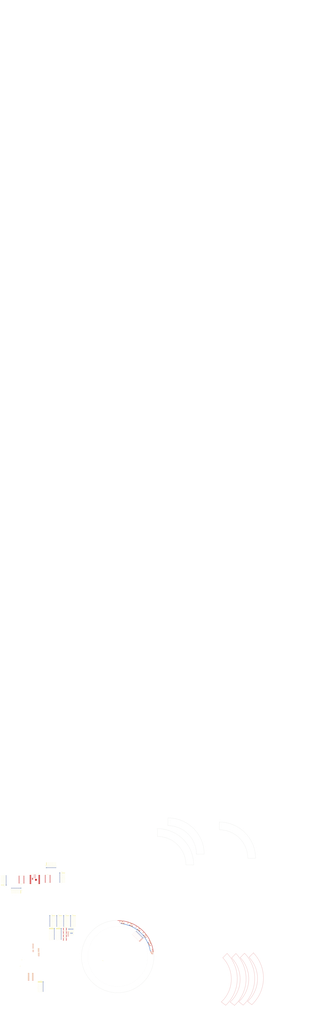
<source format=kicad_pcb>
(kicad_pcb (version 20241229) (generator "pcbnew") (generator_version "9.0")
  (layers (0 "F.Cu" signal) (2 "B.Cu" signal) (13 "F.Paste" user) (15 "B.Paste" user) (5 "F.SilkS" user "F.Silkscreen") (7 "B.SilkS" user "B.Silkscreen") (1 "F.Mask" user) (3 "B.Mask" user) (25 "Edge.Cuts" user))
  (net 0 "")
  (net 1 "GND1")
  (net 2 "Net-(J5-Pin_8)")
  (net 3 "Net-(J5-Pin_7)")
  (net 4 "Net-(J5-Pin_6)")
  (net 5 "Net-(J5-Pin_5)")
  (net 6 "Net-(J5-Pin_4)")
  (net 7 "Net-(J5-Pin_3)")
  (net 8 "Net-(J6-Pin_8)")
  (net 9 "Net-(J6-Pin_7)")
  (net 10 "Net-(J6-Pin_6)")
  (net 11 "Net-(J6-Pin_5)")
  (net 12 "Net-(J6-Pin_4)")
  (net 13 "Net-(J6-Pin_3)")
  (net 14 "3v3_1")
  (net 15 "Net-(D1-K)")
  (net 16 "LED_5V_1")
  (net 17 "Net-(D2-K)")
  (net 18 "Net-(D3-K)")
  (net 19 "Net-(D4-K)")
  (net 20 "Net-(D5-K)")
  (net 21 "Net-(D6-K)")
  (net 22 "Net-(D7-K)")
  (net 23 "Net-(D8-K)")
  (net 24 "Net-(D9-K)")
  (net 25 "Net-(D10-K)")
  (net 26 "Net-(D11-K)")
  (net 27 "Net-(D12-K)")
  (net 28 "Net-(J1-Pin_5)")
  (net 29 "Net-(J1-Pin_8)")
  (net 30 "seed_3v3")
  (net 31 "Net-(J1-Pin_7)")
  (net 32 "Net-(J1-Pin_3)")
  (net 33 "Net-(J1-Pin_6)")
  (net 34 "Net-(J1-Pin_4)")
  (net 35 "Net-(J2-Pin_5)")
  (net 36 "Net-(J2-Pin_8)")
  (net 37 "Net-(J2-Pin_4)")
  (net 38 "Net-(J2-Pin_6)")
  (net 39 "Net-(J2-Pin_7)")
  (net 40 "Net-(J2-Pin_3)")
  (net 41 "Net-(J3-Pin_7)")
  (net 42 "Net-(J3-Pin_8)")
  (net 43 "Net-(J3-Pin_5)")
  (net 44 "Net-(J3-Pin_3)")
  (net 45 "Net-(J3-Pin_4)")
  (net 46 "Net-(J3-Pin_6)")
  (net 47 "Net-(J4-Pin_3)")
  (net 48 "Net-(J4-Pin_8)")
  (net 49 "Net-(J4-Pin_7)")
  (net 50 "Net-(J4-Pin_5)")
  (net 51 "Net-(J4-Pin_6)")
  (net 52 "Net-(J4-Pin_4)")
  (net 53 "TX")
  (net 54 "Net-(U1-~{E})")
  (net 56 "Net-(U1-S1)")
  (net 57 "Net-(U1-S3)")
  (net 58 "Net-(U1-S0)")
  (net 59 "Net-(U1-COM)")
  (net 63 "Net-(U1-S2)")
  (net 65 "Net-(U2-~{E})")
  (net 66 "LED_5V_2")
  (net 68 "RX")
  (net 69 "Net-(U2-COM)")
  (net 72 "Net-(J1-Pin_9)")
  (net 73 "GND2")
  (net 74 "Net-(J2-Pin_9)")
  (net 75 "3v3_2")
  (net 76 "Net-(U1-A)")
  (net 77 "Net-(U1-X)")
  (net 78 "GND")
  (net 80 "Net-(U2-Inh)")
  (net 81 "Net-(U1-Inh)")
  (net 83 "Net-(U3-Inh)")
  (net 84 "LED_5V")
  (net 85 "Net-(J3-Pin_9)")
  (net 86 "Net-(J4-Pin_9)")
  (net 87 "Net-(J5-Pin_9)")
  (net 88 "Net-(J6-Pin_9)")
  (net 89 "VCC")
  (footprint "Package_SO:TSSOP-16_4.4x5mm_P0.65mm" (layer "F.Cu") (at -102.1225 266.825)
    (property "Reference" "U4")
    (property "Value" "4051")
  )
  (footprint "Resistor_SMD:R_0603_1608Metric" (layer "F.Cu") (at -163.65 276.255)
    (property "Reference" "R7")
    (property "Value" "R")
  )
  (footprint "Connector_JST:JST_XH_B2B-XH-AM_1x02_P2.50mm_Vertical" (layer "F.Cu") (at -90.2675 254.935)
    (property "Reference" "J7")
    (property "Value" "Conn_01x02_Socket")
  )
  (footprint "Connector_PinHeader_2.54mm:PinHeader_1x08_P2.54mm_Horizontal" (layer "F.Cu") (at -112.025 138.61)
    (property "Reference" "J3")
    (property "Value" "Conn_01x08_Socket")
  )
  (footprint "Resistor_SMD:R_0603_1608Metric" (layer "F.Cu") (at 61.135714 269.892201 -67.5)
    (property "Reference" "R2")
    (property "Value" "R")
  )
  (footprint "Resistor_SMD:R_0603_1608Metric" (layer "F.Cu") (at 66.824494 287.003096 -82.5)
    (property "Reference" "R1")
    (property "Value" "R")
  )
  (footprint "LED_SMD:LED_0603_1608Metric" (layer "F.Cu") (at -172.19 335.465)
    (property "Reference" "D8")
    (property "Value" "LED")
  )
  (footprint "LED_SMD:LED_0603_1608Metric" (layer "F.Cu") (at -172.19 332.875)
    (property "Reference" "D7")
    (property "Value" "LED")
  )
  (footprint "MountingHole:MountingHole_3.2mm_M3" (layer "F.Cu") (at 65 300)
    (property "Reference" "H1")
    (property "Value" "MountingHole")
  )
  (footprint "Resistor_SMD:R_0603_1608Metric" (layer "F.Cu") (at 28.637719 241.053839 67.5)
    (property "Reference" "R5d1")
    (property "Value" "R")
  )
  (footprint "Package_SO:SOIC-24W_7.5x15.4mm_P1.27mm" (layer "F.Cu") (at -135.37 150.015)
    (property "Reference" "U2")
    (property "Value" "CD74HC4067M")
  )
  (footprint "Connector_PinHeader_2.54mm:PinHeader_1x09_P2.54mm_Horizontal" (layer "F.Cu") (at -117.9175 221.145)
    (property "Reference" "J4")
    (property "Value" "Conn_01x09_Socket")
  )
  (footprint "Resistor_SMD:R_0603_1608Metric" (layer "F.Cu") (at -152.565 296.245)
    (property "Reference" "R11d1")
    (property "Value" "R")
  )
  (footprint "Capacitor_SMD:C_0603_1608Metric" (layer "F.Cu") (at -95.7475 255.325)
    (property "Reference" "C2")
    (property "Value" "C")
  )
  (footprint "Resistor_SMD:R_0603_1608Metric" (layer "F.Cu") (at 42.867895 250.395237 52.5)
    (property "Reference" "R4d1")
    (property "Value" "R")
  )
  (footprint "LED_SMD:LED_0603_1608Metric" (layer "F.Cu") (at 64.444678 291.527431 97.5)
    (property "Reference" "D1")
    (property "Value" "LED")
  )
  (footprint "Capacitor_SMD:C_0603_1608Metric" (layer "F.Cu") (at -95.7475 260.345)
    (property "Reference" "C4")
    (property "Value" "C")
  )
  (footprint "Resistor_SMD:R_0603_1608Metric" (layer "F.Cu") (at -163.37 288.065)
    (property "Reference" "R11")
    (property "Value" "R")
  )
  (footprint "Resistor_SMD:R_0603_1608Metric" (layer "F.Cu") (at 49.023214 253.95641 -142.5)
    (property "Reference" "R3")
    (property "Value" "R")
  )
  (footprint "LED_SMD:LED_0603_1608Metric" (layer "F.Cu") (at 8.876544 232.593383 -7.5)
    (property "Reference" "Q6")
    (property "Value" "Q_Photo_NPN" (hide yes))
  )
  (footprint "MountingHole:MountingHole_3.2mm_M3" (layer "F.Cu") (at -185.45 310.905)
    (property "Reference" "H3")
    (property "Value" "MountingHole")
  )
  (footprint "LED_SMD:LED_0603_1608Metric" (layer "F.Cu") (at 24.875186 239.959464 157.5)
    (property "Reference" "D5")
    (property "Value" "LED")
  )
  (footprint "Connector_PinSocket_2.54mm:PinSocket_1x09_P2.54mm_Horizontal" (layer "F.Cu") (at -122.4975 246.085)
    (property "Reference" "J1")
    (property "Value" "Conn_01x09_Socket")
  )
  (footprint "Connector_PinHeader_2.54mm:PinHeader_1x09_P2.54mm_Horizontal" (layer "F.Cu") (at -131.2775 221.145)
    (property "Reference" "J3")
    (property "Value" "Conn_01x09_Socket")
  )
  (footprint "LED_SMD:LED_0603_1608Metric" (layer "F.Cu") (at 60.052932 275.13721 112.5)
    (property "Reference" "D2")
    (property "Value" "LED")
  )
  (footprint "LED_SMD:LED_0603_1608Metric" (layer "F.Cu") (at 67.419013 291.135852 -82.5)
    (property "Reference" "Q1")
    (property "Value" "Q_Photo_NPN" (hide yes))
  )
  (footprint "Package_SO:TSSOP-16_4.4x5mm_P0.65mm" (layer "F.Cu") (at -102.1225 260.235)
    (property "Reference" "U3")
    (property "Value" "4051")
  )
  (footprint "LED_SMD:LED_0603_1608Metric" (layer "F.Cu") (at -172.19 343.235)
    (property "Reference" "D11")
    (property "Value" "LED")
  )
  (footprint "Resistor_SMD:R_0603_1608Metric" (layer "F.Cu") (at 4.107684 232.841759 -97.5)
    (property "Reference" "R6")
    (property "Value" "R")
  )
  (footprint "Resistor_SMD:R_0603_1608Metric" (layer "F.Cu") (at -163.65 283.785)
    (property "Reference" "R10")
    (property "Value" "R")
  )
  (footprint "LED_SMD:LED_0603_1608Metric" (layer "F.Cu") (at 39.570256 248.443666 142.5)
    (property "Reference" "D4")
    (property "Value" "LED")
  )
  (footprint "LED_SMD:LED_0603_1608Metric" (layer "F.Cu") (at -172.19 338.055)
    (property "Reference" "D9")
    (property "Value" "LED")
  )
  (footprint "Connector_JST:JST_XH_B4B-XH-AM_1x04_P2.50mm_Vertical" (layer "F.Cu") (at -94.2775 247.135)
    (property "Reference" "J8")
    (property "Value" "Conn_01x04_Socket")
  )
  (footprint "LED_SMD:LED_0603_1608Metric" (layer "F.Cu") (at -172.19 340.645)
    (property "Reference" "D10")
    (property "Value" "LED")
  )
  (footprint "LED_SMD:LED_0603_1608Metric" (layer "F.Cu") (at -172.19 345.825)
    (property "Reference" "D12")
    (property "Value" "LED")
  )
  (footprint "Resistor_SMD:R_0603_1608Metric" (layer "F.Cu") (at -152.915 290.235)
    (property "Reference" "R9d1")
    (property "Value" "R")
  )
  (footprint "Connector_PinHeader_2.54mm:PinHeader_1x08_P2.54mm_Horizontal" (layer "F.Cu") (at -215.6 161.97 180)
    (property "Reference" "J1")
    (property "Value" "Conn_01x08_Socket")
  )
  (footprint "Resistor_SMD:R_0603_1608Metric" (layer "F.Cu") (at -152.915 285.215)
    (property "Reference" "R7d1")
    (property "Value" "R")
  )
  (footprint "LED_SMD:LED_0603_1608Metric" (layer "F.Cu") (at 41.39654 246.063606 -37.5)
    (property "Reference" "Q4")
    (property "Value" "Q_Photo_NPN" (hide yes))
  )
  (footprint "Resistor_SMD:R_0603_1608Metric" (layer "F.Cu") (at 63.07 278.81 22.5)
    (property "Reference" "R2d1")
    (property "Value" "R")
  )
  (footprint "Connector_PinSocket_2.54mm:PinSocket_1x08_P2.54mm_Horizontal" (layer "F.Cu") (at -144.17 349.03)
    (property "Reference" "J6")
    (property "Value" "Conn_01x08_Socket")
  )
  (footprint "LED_SMD:LED_0603_1608Metric" (layer "F.Cu") (at -164.09 332.875)
    (property "Reference" "Q7")
    (property "Value" "Q_Photo_NPN")
  )
  (footprint "Capacitor_SMD:C_0603_1608Metric" (layer "F.Cu") (at -95.7475 252.815)
    (property "Reference" "C1")
    (property "Value" "C")
  )
  (footprint "Resistor_SMD:R_0603_1608Metric" (layer "F.Cu") (at 19.569568 235.571627 -112.5)
    (property "Reference" "R5")
    (property "Value" "R")
  )
  (footprint "Capacitor_SMD:C_0603_1608Metric" (layer "F.Cu") (at -95.7475 257.835)
    (property "Reference" "C3")
    (property "Value" "C")
  )
  (footprint "Resistor_SMD:R_0603_1608Metric" (layer "F.Cu") (at -152.565 293.735)
    (property "Reference" "R10d1")
    (property "Value" "R")
  )
  (footprint "MountingHole:MountingHole_3.2mm_M3" (layer "F.Cu") (at -29.07 316.5)
    (property "Reference" "H2")
    (property "Value" "MountingHole")
  )
  (footprint "LED_SMD:LED_0603_1608Metric" (layer "F.Cu") (at 53.948789 258.615856 -52.5)
    (property "Reference" "Q3")
    (property "Value" "Q_Photo_NPN" (hide yes))
  )
  (footprint "Resistor_SMD:R_0603_1608Metric" (layer "F.Cu") (at 67.442058 294.827684 7.5)
    (property "Reference" "R1d1")
    (property "Value" "R")
  )
  (footprint "LED_SMD:LED_0603_1608Metric" (layer "F.Cu") (at 51.568729 260.44214 127.5)
    (property "Reference" "D3")
    (property "Value" "LED")
  )
  (footprint "LED_SMD:LED_0603_1608Metric" (layer "F.Cu") (at -164.09 338.055)
    (property "Reference" "Q9")
    (property "Value" "Q_Photo_NPN")
  )
  (footprint "Package_SO:TSSOP-16_4.4x5mm_P0.65mm" (layer "F.Cu") (at -102.1225 253.645)
    (property "Reference" "U2")
    (property "Value" "4051")
  )
  (footprint "MountingHole:MountingHole_3.2mm_M3" (layer "F.Cu") (at -188.42 322.885)
    (property "Reference" "H4")
    (property "Value" "MountingHole")
  )
  (footprint "Package_SO:SOIC-24W_7.5x15.4mm_P1.27mm" (layer "F.Cu") (at -185.96 151.435 180)
    (property "Reference" "U1")
    (property "Value" "CD74HC4067M")
  )
  (footprint "Resistor_SMD:R_0603_1608Metric" (layer "F.Cu") (at -152.565 298.755)
    (property "Reference" "R12d1")
    (property "Value" "R")
  )
  (footprint "LED_SMD:LED_0603_1608Metric" (layer "F.Cu") (at -164.09 340.645)
    (property "Reference" "Q10")
    (property "Value" "Q_Photo_NPN")
  )
  (footprint "Resistor_SMD:R_0603_1608Metric" (layer "F.Cu") (at -163.37 290.575)
    (property "Reference" "R12")
    (property "Value" "R")
  )
  (footprint "Connector_PinHeader_2.54mm:PinHeader_1x08_P2.54mm_Horizontal" (layer "F.Cu") (at -187.37 167.97 -90)
    (property "Reference" "J2")
    (property "Value" "Conn_01x08_Socket")
  )
  (footprint "Connector_PinHeader_2.54mm:PinHeader_1x08_P2.54mm_Horizontal" (layer "F.Cu") (at -137.74 128.385 90)
    (property "Reference" "J4")
    (property "Value" "Conn_01x08_Socket")
  )
  (footprint "Resistor_SMD:R_0603_1608Metric" (layer "F.Cu") (at -152.915 287.725)
    (property "Reference" "R8d1")
    (property "Value" "R")
  )
  (footprint "LED_SMD:LED_0603_1608Metric" (layer "F.Cu") (at 26.023236 237.187825 -22.5)
    (property "Reference" "Q5")
    (property "Value" "Q_Photo_NPN" (hide yes))
  )
  (footprint "LED_SMD:LED_0603_1608Metric" (layer "F.Cu") (at -164.09 343.235)
    (property "Reference" "Q11")
    (property "Value" "Q_Photo_NPN")
  )
  (footprint "RF_Module:MCU_Seeed_ESP32C3" (layer "F.Cu") (at -160.16 151.22)
    (property "Reference" "U5")
    (property "Value" "~")
  )
  (footprint "LED_SMD:LED_0603_1608Metric" (layer "F.Cu") (at 62.824571 273.98916 -67.5)
    (property "Reference" "Q2")
    (property "Value" "Q_Photo_NPN" (hide yes))
  )
  (footprint "Resistor_SMD:R_0603_1608Metric" (layer "F.Cu") (at -163.65 281.275)
    (property "Reference" "R9")
    (property "Value" "R")
  )
  (footprint "Resistor_SMD:R_0603_1608Metric" (layer "F.Cu") (at -163.65 278.765)
    (property "Reference" "R8")
    (property "Value" "R")
  )
  (footprint "Resistor_SMD:R_0603_1608Metric" (layer "F.Cu") (at 54.965483 262.722228 37.5)
    (property "Reference" "R3d1")
    (property "Value" "R")
  )
  (footprint "LED_SMD:LED_0603_1608Metric" (layer "F.Cu") (at -164.09 335.465)
    (property "Reference" "Q8")
    (property "Value" "Q_Photo_NPN")
  )
  (footprint "Connector_PinHeader_2.54mm:PinHeader_1x09_P2.54mm_Horizontal" (layer "F.Cu") (at -91.1975 221.145)
    (property "Reference" "J6")
    (property "Value" "Conn_01x09_Socket")
  )
  (footprint "Package_SO:TSSOP-16_4.4x5mm_P0.65mm" (layer "F.Cu") (at -102.1225 247.055)
    (property "Reference" "U1")
    (property "Value" "4051")
  )
  (footprint "LED_SMD:LED_0603_1608Metric" (layer "F.Cu") (at -164.09 345.825)
    (property "Reference" "Q12")
    (property "Value" "Q_Photo_NPN")
  )
  (footprint "Connector_PinHeader_2.54mm:PinHeader_1x09_P2.54mm_Horizontal" (layer "F.Cu") (at -104.5575 221.145)
    (property "Reference" "J5")
    (property "Value" "Conn_01x09_Socket")
  )
  (footprint "Connector_PinSocket_2.54mm:PinSocket_1x09_P2.54mm_Horizontal" (layer "F.Cu") (at -109.1475 246.085)
    (property "Reference" "J2")
    (property "Value" "Conn_01x09_Socket")
  )
  (footprint "Resistor_SMD:R_0603_1608Metric" (layer "F.Cu") (at 35.471426 243.041028 -127.5)
    (property "Reference" "R4")
    (property "Value" "R")
  )
  (footprint "Resistor_SMD:R_0603_1608Metric" (layer "F.Cu") (at 12.303451 235.510886 82.5)
    (property "Reference" "R6d1")
    (property "Value" "R")
  )
  (footprint "LED_SMD:LED_0603_1608Metric" (layer "F.Cu") (at 8.484965 235.567717 172.5)
    (property "Reference" "D6")
    (property "Value" "LED")
  )
  (footprint "Connector_PinSocket_2.54mm:PinSocket_1x08_P2.54mm_Horizontal" (layer "B.Cu") (at 42.426407 257.573593 45)
    (property "Reference" "J5" (hide yes))
    (property "Value" "Conn_01x08_Socket")
  )
  (gr_line (start 253.773268 301.50979) (end 262.092741 293.042771) (stroke (width 0.2)) (layer "F.Cu"))
  (gr_line (start 220.134346 302.65582) (end 228.453819 294.188801) (stroke (width 0.2)) (layer "F.Cu"))
  (gr_line (start 233.991078 387.286029) (end 242.451078 393.88603) (stroke (width 0.2)) (layer "F.Cu"))
  (gr_arc (start 220.134348 302.65582) (mid 236.57 345.85) (end 217.321078 387.86603) (stroke (width 0.2)) (layer "F.Cu"))
  (gr_line (start 200.261078 387.676029) (end 208.721078 394.27603) (stroke (width 0.2)) (layer "F.Cu"))
  (gr_arc (start 203.074348 302.46582) (mid 219.51 345.66) (end 200.261078 387.67603) (stroke (width 0.2)) (layer "F.Cu"))
  (gr_line (start 250.96 386.719999) (end 259.42 393.32) (stroke (width 0.2)) (layer "F.Cu"))
  (gr_line (start 217.321078 387.866029) (end 225.781078 394.46603) (stroke (width 0.2)) (layer "F.Cu"))
  (gr_line (start 236.804346 302.07582) (end 245.123819 293.608801) (stroke (width 0.2)) (layer "F.Cu"))
  (gr_arc (start 66.21 300.02) (mid 66.21 300.020039) (end 66.21 300.020079) (stroke (width 0.2)) (layer "F.Cu") (net 1))
  (gr_arc (start 253.77327 301.50979) (mid 270.208922 344.70397) (end 250.96 386.72) (stroke (width 0.2)) (layer "F.Cu"))
  (gr_arc (start 261.992477 292.643423) (mid 281.59 343.34) (end 259.319736 392.920654) (stroke (width 0.2)) (layer "F.Cu"))
  (gr_arc (start -0.024566 230.541638) (mid 45.795994 247.772973) (end 68.876437 290.943979) (stroke (width 0.7)) (layer "F.Cu") (net 1))
  (gr_arc (start 245.123819 293.608799) (mid 264.721342 344.305376) (end 242.451078 393.88603) (stroke (width 0.2)) (layer "F.Cu"))
  (gr_arc (start 236.804348 302.07582) (mid 253.24 345.27) (end 233.991078 387.28603) (stroke (width 0.2)) (layer "F.Cu"))
  (gr_line (start 203.074346 302.46582) (end 211.393819 293.998801) (stroke (width 0.2)) (layer "F.Cu"))
  (gr_arc (start 211.393819 293.998799) (mid 230.991342 344.695376) (end 208.721078 394.27603) (stroke (width 0.2)) (layer "F.Cu"))
  (gr_arc (start 228.453819 294.188799) (mid 248.051342 344.885376) (end 225.781078 394.46603) (stroke (width 0.2)) (layer "F.Cu"))
  (gr_poly (pts (xy 5.9 236) (xy 5.9 236.2) (xy 6.6 236.2) (xy 6.6 236)) (stroke (width 0.01)) (fill yes) (layer "B.Cu") (net 16))
  (gr_poly (pts (xy 62.740797 289.089782) (xy 62.704236 289.387546) (xy 63.498273 289.485041) (xy 63.534834 289.187277)) (stroke (width 0.01)) (fill yes) (layer "B.Cu") (net 16))
  (gr_arc (start 6.17 236.500825) (mid 43.353164 253.194901) (end 62.8415 288.99273) (stroke (width 0.8)) (layer "B.Cu") (net 16))
  (gr_poly (pts (xy 57.89 272.5) (xy 57.777618 272.778155) (xy 58.519365 273.07784) (xy 58.631747 272.799685)) (stroke (width 0.01)) (fill yes) (layer "B.Cu") (net 16))
  (gr_poly (pts (xy 6.221791 235.619432) (xy 5.924027 235.582871) (xy 5.826532 236.376908) (xy 6.124296 236.413469)) (stroke (width 0.01)) (fill yes) (layer "B.Cu") (net 16))
  (gr_poly (pts (xy 22.919914 239.357501) (xy 22.62215 239.32094) (xy 22.524655 240.114977) (xy 22.822419 240.151538)) (stroke (width 0.01)) (fill yes) (layer "B.Cu") (net 16))
  (gr_poly (pts (xy 49.907495 258.885963) (xy 49.609731 258.849402) (xy 49.512236 259.643439) (xy 49.81 259.68)) (stroke (width 0.01)) (fill yes) (layer "B.Cu") (net 16))
  (gr_poly (pts (xy 21.5 239.6) (xy 21.5 239.8) (xy 22.2 239.8) (xy 22.2 239.6)) (stroke (width 0.01)) (fill yes) (layer "B.Cu") (net 16))
  (gr_poly (pts (xy 63.005262 288.569881) (xy 62.89288 288.848036) (xy 63.634627 289.147721) (xy 63.747009 288.869566)) (stroke (width 0.01)) (fill yes) (layer "B.Cu") (net 16))
  (gr_poly (pts (xy 58.735259 273.312524) (xy 58.437495 273.275963) (xy 58.34 274.07) (xy 58.637764 274.106561)) (stroke (width 0.01)) (fill yes) (layer "B.Cu") (net 16))
  (gr_poly (pts (xy 57.9 272.8) (xy 57.9 273.1) (xy 58.7 273.1) (xy 58.7 272.8)) (stroke (width 0.01)) (fill yes) (layer "B.Cu") (net 16))
  (gr_poly (pts (xy 36.5 247.3) (xy 36.5 247.5) (xy 37.2 247.5) (xy 37.2 247.3)) (stroke (width 0.01)) (fill yes) (layer "B.Cu") (net 16))
  (gr_poly (pts (xy 48.8 258.7) (xy 48.8 258.9) (xy 49.5 258.9) (xy 49.5 258.7)) (stroke (width 0.01)) (fill yes) (layer "B.Cu") (net 16))
  (gr_poly (pts (xy 37.757495 247.455963) (xy 37.459731 247.419402) (xy 37.362236 248.213439) (xy 37.66 248.25)) (stroke (width 0.01)) (fill yes) (layer "B.Cu") (net 16))
  (gr_arc (start 196.360006 40.270011) (mid 245.883333 60.758387) (end 266.4 110.27) (stroke (width 0.2)) (layer "Edge.Cuts"))
  (gr_arc (start 196.442487 55.270016) (mid 235.305892 71.394151) (end 251.4 110.27) (stroke (width 0.2)) (layer "Edge.Cuts"))
  (gr_line (start 131.79 123.06) (end 146.79 123.06) (stroke (width 0.2)) (layer "Edge.Cuts"))
  (gr_line (start 196.360758 40.270011) (end 196.442487 55.270016) (stroke (width 0.2)) (layer "Edge.Cuts"))
  (gr_line (start 97.060758 32.240011) (end 97.142487 47.240016) (stroke (width 0.2)) (layer "Edge.Cuts"))
  (gr_line (start 76.750758 53.060011) (end 76.832487 68.060016) (stroke (width 0.2)) (layer "Edge.Cuts"))
  (gr_line (start 152.1 102.24) (end 167.1 102.24) (stroke (width 0.2)) (layer "Edge.Cuts"))
  (gr_arc (start 76.750006 53.060011) (mid 126.273333 73.548387) (end 146.79 123.06) (stroke (width 0.2)) (layer "Edge.Cuts"))
  (gr_circle (center 0.000762 300.011633) (end 69.401903 290.8748) (stroke (width 0.2)) (fill no) (layer "Edge.Cuts"))
  (gr_arc (start 97.060006 32.240011) (mid 146.583333 52.728387) (end 167.1 102.24) (stroke (width 0.2)) (layer "Edge.Cuts"))
  (gr_arc (start 97.142487 47.240016) (mid 136.005892 63.364151) (end 152.1 102.24) (stroke (width 0.2)) (layer "Edge.Cuts"))
  (gr_arc (start 76.832487 68.060016) (mid 115.695892 84.184151) (end 131.79 123.06) (stroke (width 0.2)) (layer "Edge.Cuts"))
  (gr_line (start 251.4 110.27) (end 266.4 110.27) (stroke (width 0.2)) (layer "Edge.Cuts"))
  (gr_circle (center 0.000762 300.011633) (end 50.797735 272.142877) (stroke (width 0.05)) (fill no) (layer "Edge.Cuts"))
  (segment (start 26.750791 237.489188) (end 26.750791 237.139209) (width 0.6) (layer "F.Cu") (net 1))
  (segment (start 63.125934 274.716716) (end 63.96 273.88265) (width 0.6) (layer "F.Cu") (net 1))
  (segment (start 67.813385 291.916615) (end 68.57 291.16) (width 0.6) (layer "F.Cu") (net 1))
  (segment (start 54.428189 259.240622) (end 54.428189 258.971811) (width 0.6) (layer "F.Cu") (net 1))
  (segment (start 63.96 273.88265) (end 63.96 273.85) (width 0.6) (layer "F.Cu") (net 1))
  (segment (start 67.521802 291.916615) (end 67.813385 291.916615) (width 0.6) (layer "F.Cu") (net 1))
  (segment (start 9.657307 231.922693) (end 9.85 231.73) (width 0.6) (layer "F.Cu") (net 1))
  (segment (start 9.657307 232.696172) (end 9.657307 231.922693) (width 0.6) (layer "F.Cu") (net 1))
  (segment (start 54.428189 258.971811) (end 55.06 258.34) (width 0.6) (layer "F.Cu") (net 1))
  (segment (start 42.73 245.834312) (end 42.73 245.73) (width 0.6) (layer "F.Cu") (net 1))
  (segment (start 26.750791 237.139209) (end 27.32 236.57) (width 0.6) (layer "F.Cu") (net 1))
  (segment (start 42.021306 246.543006) (end 42.73 245.834312) (width 0.6) (layer "F.Cu") (net 1))
  (segment (start 66.624116 294.935368) (end 65.82 293.97) (width 0.7) (layer "F.Cu") (net 15))
  (segment (start 65.82 293.97) (end 64.547467 292.308194) (width 0.7) (layer "F.Cu") (net 15))
  (segment (start 64.341889 290.746668) (end 64.341889 289.391889) (width 0.7) (layer "F.Cu") (net 16))
  (segment (start 7.704202 235.464928) (end 6.26 235.41) (width 0.7) (layer "F.Cu") (net 16))
  (segment (start 64.341889 289.391889) (end 64.33 289.38) (width 0.7) (layer "F.Cu") (net 16))
  (segment (start 59.751569 274.409654) (end 59.751569 273.431569) (width 0.7) (layer "F.Cu") (net 16))
  (segment (start 24.147631 239.658101) (end 23.458101 239.658101) (width 0.7) (layer "F.Cu") (net 16))
  (segment (start 59.29 272.97) (end 59.29 272.95) (width 0.7) (layer "F.Cu") (net 16))
  (segment (start 51.089329 259.539329) (end 50.09 258.54) (width 0.7) (layer "F.Cu") (net 16))
  (segment (start 23.458101 239.658101) (end 22.8 239) (width 0.7) (layer "F.Cu") (net 16))
  (segment (start 38.94549 247.964266) (end 38.724266 247.964266) (width 0.7) (layer "F.Cu") (net 16))
  (segment (start 7.704202 235.464928) (end 7.775072 235.464928) (width 0.7) (layer "F.Cu") (net 16))
  (segment (start 59.751569 273.431569) (end 59.29 272.97) (width 0.7) (layer "F.Cu") (net 16))
  (segment (start 7.775072 235.464928) (end 7.81 235.43) (width 0.7) (layer "F.Cu") (net 16))
  (segment (start 51.089329 259.817374) (end 51.089329 259.539329) (width 0.7) (layer "F.Cu") (net 16))
  (segment (start 38.724266 247.964266) (end 37.88 247.12) (width 0.7) (layer "F.Cu") (net 16))
  (via (at 37.88 247.12) (size 0.7) (drill 0.4) (layers "F.Cu" "B.Cu") (net 16))
  (via (at 59.29 272.97) (size 0.7) (drill 0.4) (layers "F.Cu" "B.Cu") (net 16))
  (via (at 6.26 235.41) (size 0.7) (drill 0.4) (layers "F.Cu" "B.Cu") (net 16))
  (via (at 50.09 258.54) (size 0.7) (drill 0.4) (layers "F.Cu" "B.Cu") (net 16))
  (via (at 64.33 289.38) (size 0.7) (drill 0.4) (layers "F.Cu" "B.Cu") (net 16))
  (via (at 22.8 239) (size 0.7) (drill 0.4) (layers "F.Cu" "B.Cu") (net 16))
  (segment (start 50.09 258.54) (end 50.06 258.54) (width 0.7) (layer "B.Cu") (net 16))
  (segment (start 63.3 289.1) (end 62.8 289) (width 0.7) (layer "B.Cu") (net 16))
  (segment (start 64.33 289.38) (end 63.3 289.1) (width 0.7) (layer "B.Cu") (net 16))
  (segment (start 50.06 258.54) (end 49.6 259) (width 0.7) (layer "B.Cu") (net 16))
  (segment (start 37.88 247.12) (end 37.2 247.6) (width 0.7) (layer "B.Cu") (net 16))
  (segment (start 22.8 239) (end 22.5 239.6) (width 0.7) (layer "B.Cu") (net 16))
  (segment (start 22.5 239.6) (end 22.4 239.7) (width 0.7) (layer "B.Cu") (net 16))
  (segment (start 6.26 235.41) (end 6.26 235.95876) (width 0.7) (layer "B.Cu") (net 16))
  (segment (start 59.29 272.97) (end 58.5 273.2) (width 0.7) (layer "B.Cu") (net 16))
  (segment (start 62.307799 279.125714) (end 61.5 277.56) (width 0.7) (layer "F.Cu") (net 17))
  (segment (start 61.5 277.56) (end 60.354295 275.864766) (width 0.7) (layer "F.Cu") (net 17))
  (segment (start 54.310966 263.224456) (end 54.205679 263.224456) (width 0.7) (layer "F.Cu") (net 18))
  (segment (start 54.205679 263.224456) (end 52.048129 261.066906) (width 0.7) (layer "F.Cu") (net 18))
  (segment (start 40.23898 248.923066) (end 42.365667 251.049753) (width 0.7) (layer "F.Cu") (net 19))
  (segment (start 40.195022 248.923066) (end 40.23898 248.923066) (width 0.7) (layer "F.Cu") (net 19))
  (segment (start 25.602741 240.260827) (end 26.72 240.85) (width 0.7) (layer "F.Cu") (net 20))
  (segment (start 26.72 240.85) (end 28.322005 241.81604) (width 0.7) (layer "F.Cu") (net 20))
  (segment (start 9.265728 235.670506) (end 10.61 235.99) (width 0.7) (layer "F.Cu") (net 21))
  (segment (start 10.61 235.99) (end 12.195767 236.328828) (width 0.7) (layer "F.Cu") (net 21))
  (segment (start 66.932178 287.821038) (end 67.260125 290.312043) (width 0.2) (layer "F.Cu") (net 72))
  (segment (start 67.260125 290.312043) (end 67.316224 290.355089) (width 0.2) (layer "F.Cu") (net 72))
)
</source>
